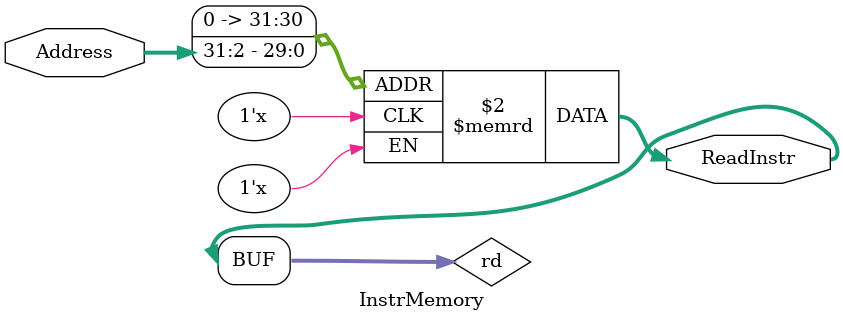
<source format=v>
`timescale 1ns / 1ps


module InstrMemory(
    input [31:0] Address,
    output [31:0] ReadInstr
    );
    reg [31:0] MemFile[0:63];
    reg [31:0] rd;
    always @ (Address)
        begin
           rd = MemFile[Address>>2];
        end
        
    assign ReadInstr = rd;
    
endmodule

</source>
